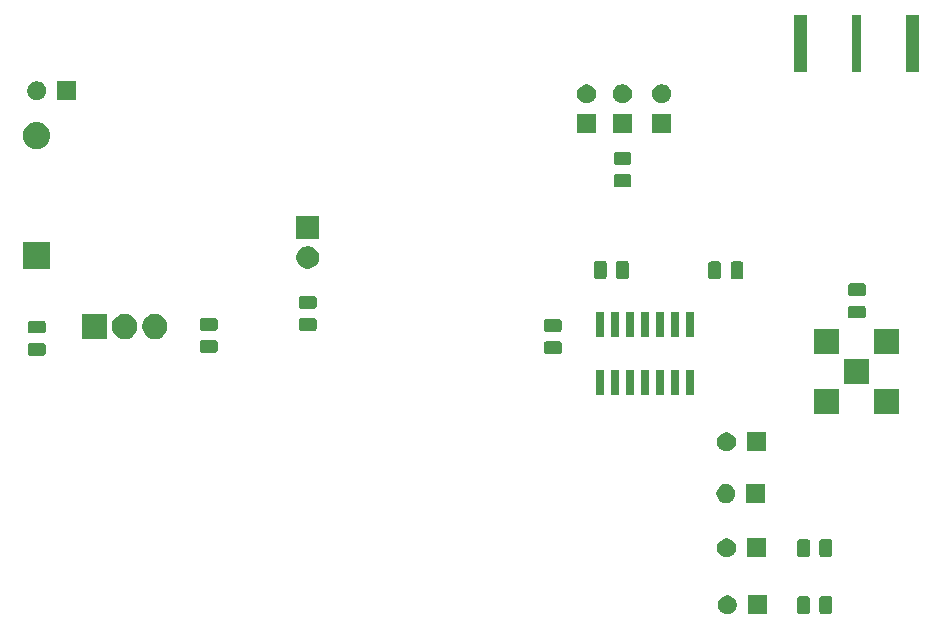
<source format=gts>
G04 #@! TF.GenerationSoftware,KiCad,Pcbnew,(6.0.0-rc1-dev-305-gf0b8b21)*
G04 #@! TF.CreationDate,2018-11-28T21:02:02-08:00*
G04 #@! TF.ProjectId,EE173_Lab4,45453137335F4C6162342E6B69636164,rev?*
G04 #@! TF.SameCoordinates,Original*
G04 #@! TF.FileFunction,Soldermask,Top*
G04 #@! TF.FilePolarity,Negative*
%FSLAX46Y46*%
G04 Gerber Fmt 4.6, Leading zero omitted, Abs format (unit mm)*
G04 Created by KiCad (PCBNEW (6.0.0-rc1-dev-305-gf0b8b21)) date Wednesday, November 28, 2018 at 09:02:02 PM*
%MOMM*%
%LPD*%
G01*
G04 APERTURE LIST*
%ADD10C,0.100000*%
G04 APERTURE END LIST*
D10*
G36*
X251811000Y-83461000D02*
X250209000Y-83461000D01*
X250209000Y-81859000D01*
X251811000Y-81859000D01*
X251811000Y-83461000D01*
X251811000Y-83461000D01*
G37*
G36*
X248703643Y-81889781D02*
X248849415Y-81950162D01*
X248980611Y-82037824D01*
X249092176Y-82149389D01*
X249179838Y-82280585D01*
X249240219Y-82426357D01*
X249271000Y-82581107D01*
X249271000Y-82738893D01*
X249240219Y-82893643D01*
X249179838Y-83039415D01*
X249092176Y-83170611D01*
X248980611Y-83282176D01*
X248849415Y-83369838D01*
X248703643Y-83430219D01*
X248548893Y-83461000D01*
X248391107Y-83461000D01*
X248236357Y-83430219D01*
X248090585Y-83369838D01*
X247959389Y-83282176D01*
X247847824Y-83170611D01*
X247760162Y-83039415D01*
X247699781Y-82893643D01*
X247669000Y-82738893D01*
X247669000Y-82581107D01*
X247699781Y-82426357D01*
X247760162Y-82280585D01*
X247847824Y-82149389D01*
X247959389Y-82037824D01*
X248090585Y-81950162D01*
X248236357Y-81889781D01*
X248391107Y-81859000D01*
X248548893Y-81859000D01*
X248703643Y-81889781D01*
X248703643Y-81889781D01*
G37*
G36*
X257165966Y-81930565D02*
X257204637Y-81942296D01*
X257240279Y-81961348D01*
X257271517Y-81986983D01*
X257297152Y-82018221D01*
X257316204Y-82053863D01*
X257327935Y-82092534D01*
X257332500Y-82138888D01*
X257332500Y-83215112D01*
X257327935Y-83261466D01*
X257316204Y-83300137D01*
X257297152Y-83335779D01*
X257271517Y-83367017D01*
X257240279Y-83392652D01*
X257204637Y-83411704D01*
X257165966Y-83423435D01*
X257119612Y-83428000D01*
X256468388Y-83428000D01*
X256422034Y-83423435D01*
X256383363Y-83411704D01*
X256347721Y-83392652D01*
X256316483Y-83367017D01*
X256290848Y-83335779D01*
X256271796Y-83300137D01*
X256260065Y-83261466D01*
X256255500Y-83215112D01*
X256255500Y-82138888D01*
X256260065Y-82092534D01*
X256271796Y-82053863D01*
X256290848Y-82018221D01*
X256316483Y-81986983D01*
X256347721Y-81961348D01*
X256383363Y-81942296D01*
X256422034Y-81930565D01*
X256468388Y-81926000D01*
X257119612Y-81926000D01*
X257165966Y-81930565D01*
X257165966Y-81930565D01*
G37*
G36*
X255290966Y-81930565D02*
X255329637Y-81942296D01*
X255365279Y-81961348D01*
X255396517Y-81986983D01*
X255422152Y-82018221D01*
X255441204Y-82053863D01*
X255452935Y-82092534D01*
X255457500Y-82138888D01*
X255457500Y-83215112D01*
X255452935Y-83261466D01*
X255441204Y-83300137D01*
X255422152Y-83335779D01*
X255396517Y-83367017D01*
X255365279Y-83392652D01*
X255329637Y-83411704D01*
X255290966Y-83423435D01*
X255244612Y-83428000D01*
X254593388Y-83428000D01*
X254547034Y-83423435D01*
X254508363Y-83411704D01*
X254472721Y-83392652D01*
X254441483Y-83367017D01*
X254415848Y-83335779D01*
X254396796Y-83300137D01*
X254385065Y-83261466D01*
X254380500Y-83215112D01*
X254380500Y-82138888D01*
X254385065Y-82092534D01*
X254396796Y-82053863D01*
X254415848Y-82018221D01*
X254441483Y-81986983D01*
X254472721Y-81961348D01*
X254508363Y-81942296D01*
X254547034Y-81930565D01*
X254593388Y-81926000D01*
X255244612Y-81926000D01*
X255290966Y-81930565D01*
X255290966Y-81930565D01*
G37*
G36*
X251741000Y-78631000D02*
X250139000Y-78631000D01*
X250139000Y-77029000D01*
X251741000Y-77029000D01*
X251741000Y-78631000D01*
X251741000Y-78631000D01*
G37*
G36*
X248633643Y-77059781D02*
X248779415Y-77120162D01*
X248910611Y-77207824D01*
X249022176Y-77319389D01*
X249109838Y-77450585D01*
X249170219Y-77596357D01*
X249201000Y-77751107D01*
X249201000Y-77908893D01*
X249170219Y-78063643D01*
X249109838Y-78209415D01*
X249022176Y-78340611D01*
X248910611Y-78452176D01*
X248779415Y-78539838D01*
X248633643Y-78600219D01*
X248478893Y-78631000D01*
X248321107Y-78631000D01*
X248166357Y-78600219D01*
X248020585Y-78539838D01*
X247889389Y-78452176D01*
X247777824Y-78340611D01*
X247690162Y-78209415D01*
X247629781Y-78063643D01*
X247599000Y-77908893D01*
X247599000Y-77751107D01*
X247629781Y-77596357D01*
X247690162Y-77450585D01*
X247777824Y-77319389D01*
X247889389Y-77207824D01*
X248020585Y-77120162D01*
X248166357Y-77059781D01*
X248321107Y-77029000D01*
X248478893Y-77029000D01*
X248633643Y-77059781D01*
X248633643Y-77059781D01*
G37*
G36*
X257171966Y-77104565D02*
X257210637Y-77116296D01*
X257246279Y-77135348D01*
X257277517Y-77160983D01*
X257303152Y-77192221D01*
X257322204Y-77227863D01*
X257333935Y-77266534D01*
X257338500Y-77312888D01*
X257338500Y-78389112D01*
X257333935Y-78435466D01*
X257322204Y-78474137D01*
X257303152Y-78509779D01*
X257277517Y-78541017D01*
X257246279Y-78566652D01*
X257210637Y-78585704D01*
X257171966Y-78597435D01*
X257125612Y-78602000D01*
X256474388Y-78602000D01*
X256428034Y-78597435D01*
X256389363Y-78585704D01*
X256353721Y-78566652D01*
X256322483Y-78541017D01*
X256296848Y-78509779D01*
X256277796Y-78474137D01*
X256266065Y-78435466D01*
X256261500Y-78389112D01*
X256261500Y-77312888D01*
X256266065Y-77266534D01*
X256277796Y-77227863D01*
X256296848Y-77192221D01*
X256322483Y-77160983D01*
X256353721Y-77135348D01*
X256389363Y-77116296D01*
X256428034Y-77104565D01*
X256474388Y-77100000D01*
X257125612Y-77100000D01*
X257171966Y-77104565D01*
X257171966Y-77104565D01*
G37*
G36*
X255296966Y-77104565D02*
X255335637Y-77116296D01*
X255371279Y-77135348D01*
X255402517Y-77160983D01*
X255428152Y-77192221D01*
X255447204Y-77227863D01*
X255458935Y-77266534D01*
X255463500Y-77312888D01*
X255463500Y-78389112D01*
X255458935Y-78435466D01*
X255447204Y-78474137D01*
X255428152Y-78509779D01*
X255402517Y-78541017D01*
X255371279Y-78566652D01*
X255335637Y-78585704D01*
X255296966Y-78597435D01*
X255250612Y-78602000D01*
X254599388Y-78602000D01*
X254553034Y-78597435D01*
X254514363Y-78585704D01*
X254478721Y-78566652D01*
X254447483Y-78541017D01*
X254421848Y-78509779D01*
X254402796Y-78474137D01*
X254391065Y-78435466D01*
X254386500Y-78389112D01*
X254386500Y-77312888D01*
X254391065Y-77266534D01*
X254402796Y-77227863D01*
X254421848Y-77192221D01*
X254447483Y-77160983D01*
X254478721Y-77135348D01*
X254514363Y-77116296D01*
X254553034Y-77104565D01*
X254599388Y-77100000D01*
X255250612Y-77100000D01*
X255296966Y-77104565D01*
X255296966Y-77104565D01*
G37*
G36*
X251691000Y-74031000D02*
X250089000Y-74031000D01*
X250089000Y-72429000D01*
X251691000Y-72429000D01*
X251691000Y-74031000D01*
X251691000Y-74031000D01*
G37*
G36*
X248583643Y-72459781D02*
X248729415Y-72520162D01*
X248860611Y-72607824D01*
X248972176Y-72719389D01*
X249059838Y-72850585D01*
X249120219Y-72996357D01*
X249151000Y-73151107D01*
X249151000Y-73308893D01*
X249120219Y-73463643D01*
X249059838Y-73609415D01*
X248972176Y-73740611D01*
X248860611Y-73852176D01*
X248729415Y-73939838D01*
X248583643Y-74000219D01*
X248428893Y-74031000D01*
X248271107Y-74031000D01*
X248116357Y-74000219D01*
X247970585Y-73939838D01*
X247839389Y-73852176D01*
X247727824Y-73740611D01*
X247640162Y-73609415D01*
X247579781Y-73463643D01*
X247549000Y-73308893D01*
X247549000Y-73151107D01*
X247579781Y-72996357D01*
X247640162Y-72850585D01*
X247727824Y-72719389D01*
X247839389Y-72607824D01*
X247970585Y-72520162D01*
X248116357Y-72459781D01*
X248271107Y-72429000D01*
X248428893Y-72429000D01*
X248583643Y-72459781D01*
X248583643Y-72459781D01*
G37*
G36*
X251731000Y-69661000D02*
X250129000Y-69661000D01*
X250129000Y-68059000D01*
X251731000Y-68059000D01*
X251731000Y-69661000D01*
X251731000Y-69661000D01*
G37*
G36*
X248623643Y-68089781D02*
X248769415Y-68150162D01*
X248900611Y-68237824D01*
X249012176Y-68349389D01*
X249099838Y-68480585D01*
X249160219Y-68626357D01*
X249191000Y-68781107D01*
X249191000Y-68938893D01*
X249160219Y-69093643D01*
X249099838Y-69239415D01*
X249012176Y-69370611D01*
X248900611Y-69482176D01*
X248769415Y-69569838D01*
X248623643Y-69630219D01*
X248468893Y-69661000D01*
X248311107Y-69661000D01*
X248156357Y-69630219D01*
X248010585Y-69569838D01*
X247879389Y-69482176D01*
X247767824Y-69370611D01*
X247680162Y-69239415D01*
X247619781Y-69093643D01*
X247589000Y-68938893D01*
X247589000Y-68781107D01*
X247619781Y-68626357D01*
X247680162Y-68480585D01*
X247767824Y-68349389D01*
X247879389Y-68237824D01*
X248010585Y-68150162D01*
X248156357Y-68089781D01*
X248311107Y-68059000D01*
X248468893Y-68059000D01*
X248623643Y-68089781D01*
X248623643Y-68089781D01*
G37*
G36*
X263007950Y-66477950D02*
X260912050Y-66477950D01*
X260912050Y-64382050D01*
X263007950Y-64382050D01*
X263007950Y-66477950D01*
X263007950Y-66477950D01*
G37*
G36*
X257927950Y-66477950D02*
X255832050Y-66477950D01*
X255832050Y-64382050D01*
X257927950Y-64382050D01*
X257927950Y-66477950D01*
X257927950Y-66477950D01*
G37*
G36*
X245668707Y-64866310D02*
X245007907Y-64866310D01*
X245007907Y-62783110D01*
X245668707Y-62783110D01*
X245668707Y-64866310D01*
X245668707Y-64866310D01*
G37*
G36*
X244398707Y-64866310D02*
X243737907Y-64866310D01*
X243737907Y-62783110D01*
X244398707Y-62783110D01*
X244398707Y-64866310D01*
X244398707Y-64866310D01*
G37*
G36*
X243128707Y-64866310D02*
X242467907Y-64866310D01*
X242467907Y-62783110D01*
X243128707Y-62783110D01*
X243128707Y-64866310D01*
X243128707Y-64866310D01*
G37*
G36*
X241858707Y-64866310D02*
X241197907Y-64866310D01*
X241197907Y-62783110D01*
X241858707Y-62783110D01*
X241858707Y-64866310D01*
X241858707Y-64866310D01*
G37*
G36*
X240588707Y-64866310D02*
X239927907Y-64866310D01*
X239927907Y-62783110D01*
X240588707Y-62783110D01*
X240588707Y-64866310D01*
X240588707Y-64866310D01*
G37*
G36*
X239318707Y-64866310D02*
X238657907Y-64866310D01*
X238657907Y-62783110D01*
X239318707Y-62783110D01*
X239318707Y-64866310D01*
X239318707Y-64866310D01*
G37*
G36*
X238048707Y-64866310D02*
X237387907Y-64866310D01*
X237387907Y-62783110D01*
X238048707Y-62783110D01*
X238048707Y-64866310D01*
X238048707Y-64866310D01*
G37*
G36*
X260467950Y-63937950D02*
X258372050Y-63937950D01*
X258372050Y-61842050D01*
X260467950Y-61842050D01*
X260467950Y-63937950D01*
X260467950Y-63937950D01*
G37*
G36*
X190576466Y-60474565D02*
X190615137Y-60486296D01*
X190650779Y-60505348D01*
X190682017Y-60530983D01*
X190707652Y-60562221D01*
X190726704Y-60597863D01*
X190738435Y-60636534D01*
X190743000Y-60682888D01*
X190743000Y-61334112D01*
X190738435Y-61380466D01*
X190726704Y-61419137D01*
X190707652Y-61454779D01*
X190682017Y-61486017D01*
X190650779Y-61511652D01*
X190615137Y-61530704D01*
X190576466Y-61542435D01*
X190530112Y-61547000D01*
X189453888Y-61547000D01*
X189407534Y-61542435D01*
X189368863Y-61530704D01*
X189333221Y-61511652D01*
X189301983Y-61486017D01*
X189276348Y-61454779D01*
X189257296Y-61419137D01*
X189245565Y-61380466D01*
X189241000Y-61334112D01*
X189241000Y-60682888D01*
X189245565Y-60636534D01*
X189257296Y-60597863D01*
X189276348Y-60562221D01*
X189301983Y-60530983D01*
X189333221Y-60505348D01*
X189368863Y-60486296D01*
X189407534Y-60474565D01*
X189453888Y-60470000D01*
X190530112Y-60470000D01*
X190576466Y-60474565D01*
X190576466Y-60474565D01*
G37*
G36*
X234264466Y-60347565D02*
X234303137Y-60359296D01*
X234338779Y-60378348D01*
X234370017Y-60403983D01*
X234395652Y-60435221D01*
X234414704Y-60470863D01*
X234426435Y-60509534D01*
X234431000Y-60555888D01*
X234431000Y-61207112D01*
X234426435Y-61253466D01*
X234414704Y-61292137D01*
X234395652Y-61327779D01*
X234370017Y-61359017D01*
X234338779Y-61384652D01*
X234303137Y-61403704D01*
X234264466Y-61415435D01*
X234218112Y-61420000D01*
X233141888Y-61420000D01*
X233095534Y-61415435D01*
X233056863Y-61403704D01*
X233021221Y-61384652D01*
X232989983Y-61359017D01*
X232964348Y-61327779D01*
X232945296Y-61292137D01*
X232933565Y-61253466D01*
X232929000Y-61207112D01*
X232929000Y-60555888D01*
X232933565Y-60509534D01*
X232945296Y-60470863D01*
X232964348Y-60435221D01*
X232989983Y-60403983D01*
X233021221Y-60378348D01*
X233056863Y-60359296D01*
X233095534Y-60347565D01*
X233141888Y-60343000D01*
X234218112Y-60343000D01*
X234264466Y-60347565D01*
X234264466Y-60347565D01*
G37*
G36*
X263007950Y-61397950D02*
X260912050Y-61397950D01*
X260912050Y-59302050D01*
X263007950Y-59302050D01*
X263007950Y-61397950D01*
X263007950Y-61397950D01*
G37*
G36*
X257927950Y-61397950D02*
X255832050Y-61397950D01*
X255832050Y-59302050D01*
X257927950Y-59302050D01*
X257927950Y-61397950D01*
X257927950Y-61397950D01*
G37*
G36*
X205140470Y-60245559D02*
X205179141Y-60257290D01*
X205214783Y-60276342D01*
X205246021Y-60301977D01*
X205271656Y-60333215D01*
X205290708Y-60368857D01*
X205302439Y-60407528D01*
X205307004Y-60453882D01*
X205307004Y-61105106D01*
X205302439Y-61151460D01*
X205290708Y-61190131D01*
X205271656Y-61225773D01*
X205246021Y-61257011D01*
X205214783Y-61282646D01*
X205179141Y-61301698D01*
X205140470Y-61313429D01*
X205094116Y-61317994D01*
X204017892Y-61317994D01*
X203971538Y-61313429D01*
X203932867Y-61301698D01*
X203897225Y-61282646D01*
X203865987Y-61257011D01*
X203840352Y-61225773D01*
X203821300Y-61190131D01*
X203809569Y-61151460D01*
X203805004Y-61105106D01*
X203805004Y-60453882D01*
X203809569Y-60407528D01*
X203821300Y-60368857D01*
X203840352Y-60333215D01*
X203865987Y-60301977D01*
X203897225Y-60276342D01*
X203932867Y-60257290D01*
X203971538Y-60245559D01*
X204017892Y-60240994D01*
X205094116Y-60240994D01*
X205140470Y-60245559D01*
X205140470Y-60245559D01*
G37*
G36*
X200295235Y-58053997D02*
X200489419Y-58134431D01*
X200664180Y-58251203D01*
X200812795Y-58399818D01*
X200929567Y-58574579D01*
X201010001Y-58768763D01*
X201051004Y-58974902D01*
X201051004Y-59185086D01*
X201010001Y-59391225D01*
X200929567Y-59585409D01*
X200812795Y-59760170D01*
X200664180Y-59908785D01*
X200489419Y-60025557D01*
X200295235Y-60105991D01*
X200089096Y-60146994D01*
X199878912Y-60146994D01*
X199672773Y-60105991D01*
X199478589Y-60025557D01*
X199303828Y-59908785D01*
X199155213Y-59760170D01*
X199038441Y-59585409D01*
X198958007Y-59391225D01*
X198917004Y-59185086D01*
X198917004Y-58974902D01*
X198958007Y-58768763D01*
X199038441Y-58574579D01*
X199155213Y-58399818D01*
X199303828Y-58251203D01*
X199478589Y-58134431D01*
X199672773Y-58053997D01*
X199878912Y-58012994D01*
X200089096Y-58012994D01*
X200295235Y-58053997D01*
X200295235Y-58053997D01*
G37*
G36*
X197745235Y-58053997D02*
X197939419Y-58134431D01*
X198114180Y-58251203D01*
X198262795Y-58399818D01*
X198379567Y-58574579D01*
X198460001Y-58768763D01*
X198501004Y-58974902D01*
X198501004Y-59185086D01*
X198460001Y-59391225D01*
X198379567Y-59585409D01*
X198262795Y-59760170D01*
X198114180Y-59908785D01*
X197939419Y-60025557D01*
X197745235Y-60105991D01*
X197539096Y-60146994D01*
X197328912Y-60146994D01*
X197122773Y-60105991D01*
X196928589Y-60025557D01*
X196753828Y-59908785D01*
X196605213Y-59760170D01*
X196488441Y-59585409D01*
X196408007Y-59391225D01*
X196367004Y-59185086D01*
X196367004Y-58974902D01*
X196408007Y-58768763D01*
X196488441Y-58574579D01*
X196605213Y-58399818D01*
X196753828Y-58251203D01*
X196928589Y-58134431D01*
X197122773Y-58053997D01*
X197328912Y-58012994D01*
X197539096Y-58012994D01*
X197745235Y-58053997D01*
X197745235Y-58053997D01*
G37*
G36*
X195951004Y-60146994D02*
X193817004Y-60146994D01*
X193817004Y-58012994D01*
X195951004Y-58012994D01*
X195951004Y-60146994D01*
X195951004Y-60146994D01*
G37*
G36*
X238048707Y-59938710D02*
X237387907Y-59938710D01*
X237387907Y-57855510D01*
X238048707Y-57855510D01*
X238048707Y-59938710D01*
X238048707Y-59938710D01*
G37*
G36*
X239318707Y-59938710D02*
X238657907Y-59938710D01*
X238657907Y-57855510D01*
X239318707Y-57855510D01*
X239318707Y-59938710D01*
X239318707Y-59938710D01*
G37*
G36*
X240588707Y-59938710D02*
X239927907Y-59938710D01*
X239927907Y-57855510D01*
X240588707Y-57855510D01*
X240588707Y-59938710D01*
X240588707Y-59938710D01*
G37*
G36*
X241858707Y-59938710D02*
X241197907Y-59938710D01*
X241197907Y-57855510D01*
X241858707Y-57855510D01*
X241858707Y-59938710D01*
X241858707Y-59938710D01*
G37*
G36*
X243128707Y-59938710D02*
X242467907Y-59938710D01*
X242467907Y-57855510D01*
X243128707Y-57855510D01*
X243128707Y-59938710D01*
X243128707Y-59938710D01*
G37*
G36*
X244398707Y-59938710D02*
X243737907Y-59938710D01*
X243737907Y-57855510D01*
X244398707Y-57855510D01*
X244398707Y-59938710D01*
X244398707Y-59938710D01*
G37*
G36*
X245668707Y-59938710D02*
X245007907Y-59938710D01*
X245007907Y-57855510D01*
X245668707Y-57855510D01*
X245668707Y-59938710D01*
X245668707Y-59938710D01*
G37*
G36*
X190576466Y-58599565D02*
X190615137Y-58611296D01*
X190650779Y-58630348D01*
X190682017Y-58655983D01*
X190707652Y-58687221D01*
X190726704Y-58722863D01*
X190738435Y-58761534D01*
X190743000Y-58807888D01*
X190743000Y-59459112D01*
X190738435Y-59505466D01*
X190726704Y-59544137D01*
X190707652Y-59579779D01*
X190682017Y-59611017D01*
X190650779Y-59636652D01*
X190615137Y-59655704D01*
X190576466Y-59667435D01*
X190530112Y-59672000D01*
X189453888Y-59672000D01*
X189407534Y-59667435D01*
X189368863Y-59655704D01*
X189333221Y-59636652D01*
X189301983Y-59611017D01*
X189276348Y-59579779D01*
X189257296Y-59544137D01*
X189245565Y-59505466D01*
X189241000Y-59459112D01*
X189241000Y-58807888D01*
X189245565Y-58761534D01*
X189257296Y-58722863D01*
X189276348Y-58687221D01*
X189301983Y-58655983D01*
X189333221Y-58630348D01*
X189368863Y-58611296D01*
X189407534Y-58599565D01*
X189453888Y-58595000D01*
X190530112Y-58595000D01*
X190576466Y-58599565D01*
X190576466Y-58599565D01*
G37*
G36*
X234264466Y-58472565D02*
X234303137Y-58484296D01*
X234338779Y-58503348D01*
X234370017Y-58528983D01*
X234395652Y-58560221D01*
X234414704Y-58595863D01*
X234426435Y-58634534D01*
X234431000Y-58680888D01*
X234431000Y-59332112D01*
X234426435Y-59378466D01*
X234414704Y-59417137D01*
X234395652Y-59452779D01*
X234370017Y-59484017D01*
X234338779Y-59509652D01*
X234303137Y-59528704D01*
X234264466Y-59540435D01*
X234218112Y-59545000D01*
X233141888Y-59545000D01*
X233095534Y-59540435D01*
X233056863Y-59528704D01*
X233021221Y-59509652D01*
X232989983Y-59484017D01*
X232964348Y-59452779D01*
X232945296Y-59417137D01*
X232933565Y-59378466D01*
X232929000Y-59332112D01*
X232929000Y-58680888D01*
X232933565Y-58634534D01*
X232945296Y-58595863D01*
X232964348Y-58560221D01*
X232989983Y-58528983D01*
X233021221Y-58503348D01*
X233056863Y-58484296D01*
X233095534Y-58472565D01*
X233141888Y-58468000D01*
X234218112Y-58468000D01*
X234264466Y-58472565D01*
X234264466Y-58472565D01*
G37*
G36*
X213522470Y-58389059D02*
X213561141Y-58400790D01*
X213596783Y-58419842D01*
X213628021Y-58445477D01*
X213653656Y-58476715D01*
X213672708Y-58512357D01*
X213684439Y-58551028D01*
X213689004Y-58597382D01*
X213689004Y-59248606D01*
X213684439Y-59294960D01*
X213672708Y-59333631D01*
X213653656Y-59369273D01*
X213628021Y-59400511D01*
X213596783Y-59426146D01*
X213561141Y-59445198D01*
X213522470Y-59456929D01*
X213476116Y-59461494D01*
X212399892Y-59461494D01*
X212353538Y-59456929D01*
X212314867Y-59445198D01*
X212279225Y-59426146D01*
X212247987Y-59400511D01*
X212222352Y-59369273D01*
X212203300Y-59333631D01*
X212191569Y-59294960D01*
X212187004Y-59248606D01*
X212187004Y-58597382D01*
X212191569Y-58551028D01*
X212203300Y-58512357D01*
X212222352Y-58476715D01*
X212247987Y-58445477D01*
X212279225Y-58419842D01*
X212314867Y-58400790D01*
X212353538Y-58389059D01*
X212399892Y-58384494D01*
X213476116Y-58384494D01*
X213522470Y-58389059D01*
X213522470Y-58389059D01*
G37*
G36*
X205140470Y-58370559D02*
X205179141Y-58382290D01*
X205214783Y-58401342D01*
X205246021Y-58426977D01*
X205271656Y-58458215D01*
X205290708Y-58493857D01*
X205302439Y-58532528D01*
X205307004Y-58578882D01*
X205307004Y-59230106D01*
X205302439Y-59276460D01*
X205290708Y-59315131D01*
X205271656Y-59350773D01*
X205246021Y-59382011D01*
X205214783Y-59407646D01*
X205179141Y-59426698D01*
X205140470Y-59438429D01*
X205094116Y-59442994D01*
X204017892Y-59442994D01*
X203971538Y-59438429D01*
X203932867Y-59426698D01*
X203897225Y-59407646D01*
X203865987Y-59382011D01*
X203840352Y-59350773D01*
X203821300Y-59315131D01*
X203809569Y-59276460D01*
X203805004Y-59230106D01*
X203805004Y-58578882D01*
X203809569Y-58532528D01*
X203821300Y-58493857D01*
X203840352Y-58458215D01*
X203865987Y-58426977D01*
X203897225Y-58401342D01*
X203932867Y-58382290D01*
X203971538Y-58370559D01*
X204017892Y-58365994D01*
X205094116Y-58365994D01*
X205140470Y-58370559D01*
X205140470Y-58370559D01*
G37*
G36*
X260014128Y-57319215D02*
X260052799Y-57330946D01*
X260088441Y-57349998D01*
X260119679Y-57375633D01*
X260145314Y-57406871D01*
X260164366Y-57442513D01*
X260176097Y-57481184D01*
X260180662Y-57527538D01*
X260180662Y-58178762D01*
X260176097Y-58225116D01*
X260164366Y-58263787D01*
X260145314Y-58299429D01*
X260119679Y-58330667D01*
X260088441Y-58356302D01*
X260052799Y-58375354D01*
X260014128Y-58387085D01*
X259967774Y-58391650D01*
X258891550Y-58391650D01*
X258845196Y-58387085D01*
X258806525Y-58375354D01*
X258770883Y-58356302D01*
X258739645Y-58330667D01*
X258714010Y-58299429D01*
X258694958Y-58263787D01*
X258683227Y-58225116D01*
X258678662Y-58178762D01*
X258678662Y-57527538D01*
X258683227Y-57481184D01*
X258694958Y-57442513D01*
X258714010Y-57406871D01*
X258739645Y-57375633D01*
X258770883Y-57349998D01*
X258806525Y-57330946D01*
X258845196Y-57319215D01*
X258891550Y-57314650D01*
X259967774Y-57314650D01*
X260014128Y-57319215D01*
X260014128Y-57319215D01*
G37*
G36*
X213522470Y-56514059D02*
X213561141Y-56525790D01*
X213596783Y-56544842D01*
X213628021Y-56570477D01*
X213653656Y-56601715D01*
X213672708Y-56637357D01*
X213684439Y-56676028D01*
X213689004Y-56722382D01*
X213689004Y-57373606D01*
X213684439Y-57419960D01*
X213672708Y-57458631D01*
X213653656Y-57494273D01*
X213628021Y-57525511D01*
X213596783Y-57551146D01*
X213561141Y-57570198D01*
X213522470Y-57581929D01*
X213476116Y-57586494D01*
X212399892Y-57586494D01*
X212353538Y-57581929D01*
X212314867Y-57570198D01*
X212279225Y-57551146D01*
X212247987Y-57525511D01*
X212222352Y-57494273D01*
X212203300Y-57458631D01*
X212191569Y-57419960D01*
X212187004Y-57373606D01*
X212187004Y-56722382D01*
X212191569Y-56676028D01*
X212203300Y-56637357D01*
X212222352Y-56601715D01*
X212247987Y-56570477D01*
X212279225Y-56544842D01*
X212314867Y-56525790D01*
X212353538Y-56514059D01*
X212399892Y-56509494D01*
X213476116Y-56509494D01*
X213522470Y-56514059D01*
X213522470Y-56514059D01*
G37*
G36*
X260014128Y-55444215D02*
X260052799Y-55455946D01*
X260088441Y-55474998D01*
X260119679Y-55500633D01*
X260145314Y-55531871D01*
X260164366Y-55567513D01*
X260176097Y-55606184D01*
X260180662Y-55652538D01*
X260180662Y-56303762D01*
X260176097Y-56350116D01*
X260164366Y-56388787D01*
X260145314Y-56424429D01*
X260119679Y-56455667D01*
X260088441Y-56481302D01*
X260052799Y-56500354D01*
X260014128Y-56512085D01*
X259967774Y-56516650D01*
X258891550Y-56516650D01*
X258845196Y-56512085D01*
X258806525Y-56500354D01*
X258770883Y-56481302D01*
X258739645Y-56455667D01*
X258714010Y-56424429D01*
X258694958Y-56388787D01*
X258683227Y-56350116D01*
X258678662Y-56303762D01*
X258678662Y-55652538D01*
X258683227Y-55606184D01*
X258694958Y-55567513D01*
X258714010Y-55531871D01*
X258739645Y-55500633D01*
X258770883Y-55474998D01*
X258806525Y-55455946D01*
X258845196Y-55444215D01*
X258891550Y-55439650D01*
X259967774Y-55439650D01*
X260014128Y-55444215D01*
X260014128Y-55444215D01*
G37*
G36*
X247772566Y-53584165D02*
X247811237Y-53595896D01*
X247846879Y-53614948D01*
X247878117Y-53640583D01*
X247903752Y-53671821D01*
X247922804Y-53707463D01*
X247934535Y-53746134D01*
X247939100Y-53792488D01*
X247939100Y-54868712D01*
X247934535Y-54915066D01*
X247922804Y-54953737D01*
X247903752Y-54989379D01*
X247878117Y-55020617D01*
X247846879Y-55046252D01*
X247811237Y-55065304D01*
X247772566Y-55077035D01*
X247726212Y-55081600D01*
X247074988Y-55081600D01*
X247028634Y-55077035D01*
X246989963Y-55065304D01*
X246954321Y-55046252D01*
X246923083Y-55020617D01*
X246897448Y-54989379D01*
X246878396Y-54953737D01*
X246866665Y-54915066D01*
X246862100Y-54868712D01*
X246862100Y-53792488D01*
X246866665Y-53746134D01*
X246878396Y-53707463D01*
X246897448Y-53671821D01*
X246923083Y-53640583D01*
X246954321Y-53614948D01*
X246989963Y-53595896D01*
X247028634Y-53584165D01*
X247074988Y-53579600D01*
X247726212Y-53579600D01*
X247772566Y-53584165D01*
X247772566Y-53584165D01*
G37*
G36*
X249647566Y-53584165D02*
X249686237Y-53595896D01*
X249721879Y-53614948D01*
X249753117Y-53640583D01*
X249778752Y-53671821D01*
X249797804Y-53707463D01*
X249809535Y-53746134D01*
X249814100Y-53792488D01*
X249814100Y-54868712D01*
X249809535Y-54915066D01*
X249797804Y-54953737D01*
X249778752Y-54989379D01*
X249753117Y-55020617D01*
X249721879Y-55046252D01*
X249686237Y-55065304D01*
X249647566Y-55077035D01*
X249601212Y-55081600D01*
X248949988Y-55081600D01*
X248903634Y-55077035D01*
X248864963Y-55065304D01*
X248829321Y-55046252D01*
X248798083Y-55020617D01*
X248772448Y-54989379D01*
X248753396Y-54953737D01*
X248741665Y-54915066D01*
X248737100Y-54868712D01*
X248737100Y-53792488D01*
X248741665Y-53746134D01*
X248753396Y-53707463D01*
X248772448Y-53671821D01*
X248798083Y-53640583D01*
X248829321Y-53614948D01*
X248864963Y-53595896D01*
X248903634Y-53584165D01*
X248949988Y-53579600D01*
X249601212Y-53579600D01*
X249647566Y-53584165D01*
X249647566Y-53584165D01*
G37*
G36*
X239957466Y-53546065D02*
X239996137Y-53557796D01*
X240031779Y-53576848D01*
X240063017Y-53602483D01*
X240088652Y-53633721D01*
X240107704Y-53669363D01*
X240119435Y-53708034D01*
X240124000Y-53754388D01*
X240124000Y-54830612D01*
X240119435Y-54876966D01*
X240107704Y-54915637D01*
X240088652Y-54951279D01*
X240063017Y-54982517D01*
X240031779Y-55008152D01*
X239996137Y-55027204D01*
X239957466Y-55038935D01*
X239911112Y-55043500D01*
X239259888Y-55043500D01*
X239213534Y-55038935D01*
X239174863Y-55027204D01*
X239139221Y-55008152D01*
X239107983Y-54982517D01*
X239082348Y-54951279D01*
X239063296Y-54915637D01*
X239051565Y-54876966D01*
X239047000Y-54830612D01*
X239047000Y-53754388D01*
X239051565Y-53708034D01*
X239063296Y-53669363D01*
X239082348Y-53633721D01*
X239107983Y-53602483D01*
X239139221Y-53576848D01*
X239174863Y-53557796D01*
X239213534Y-53546065D01*
X239259888Y-53541500D01*
X239911112Y-53541500D01*
X239957466Y-53546065D01*
X239957466Y-53546065D01*
G37*
G36*
X238082466Y-53546065D02*
X238121137Y-53557796D01*
X238156779Y-53576848D01*
X238188017Y-53602483D01*
X238213652Y-53633721D01*
X238232704Y-53669363D01*
X238244435Y-53708034D01*
X238249000Y-53754388D01*
X238249000Y-54830612D01*
X238244435Y-54876966D01*
X238232704Y-54915637D01*
X238213652Y-54951279D01*
X238188017Y-54982517D01*
X238156779Y-55008152D01*
X238121137Y-55027204D01*
X238082466Y-55038935D01*
X238036112Y-55043500D01*
X237384888Y-55043500D01*
X237338534Y-55038935D01*
X237299863Y-55027204D01*
X237264221Y-55008152D01*
X237232983Y-54982517D01*
X237207348Y-54951279D01*
X237188296Y-54915637D01*
X237176565Y-54876966D01*
X237172000Y-54830612D01*
X237172000Y-53754388D01*
X237176565Y-53708034D01*
X237188296Y-53669363D01*
X237207348Y-53633721D01*
X237232983Y-53602483D01*
X237264221Y-53576848D01*
X237299863Y-53557796D01*
X237338534Y-53546065D01*
X237384888Y-53541500D01*
X238036112Y-53541500D01*
X238082466Y-53546065D01*
X238082466Y-53546065D01*
G37*
G36*
X191143000Y-54237000D02*
X188841000Y-54237000D01*
X188841000Y-51935000D01*
X191143000Y-51935000D01*
X191143000Y-54237000D01*
X191143000Y-54237000D01*
G37*
G36*
X213215400Y-52323540D02*
X213388470Y-52395228D01*
X213544234Y-52499306D01*
X213676692Y-52631764D01*
X213780770Y-52787528D01*
X213852458Y-52960598D01*
X213889004Y-53144327D01*
X213889004Y-53331661D01*
X213852458Y-53515390D01*
X213780770Y-53688460D01*
X213676692Y-53844224D01*
X213544234Y-53976682D01*
X213388470Y-54080760D01*
X213215400Y-54152448D01*
X213031671Y-54188994D01*
X212844337Y-54188994D01*
X212660608Y-54152448D01*
X212487538Y-54080760D01*
X212331774Y-53976682D01*
X212199316Y-53844224D01*
X212095238Y-53688460D01*
X212023550Y-53515390D01*
X211987004Y-53331661D01*
X211987004Y-53144327D01*
X212023550Y-52960598D01*
X212095238Y-52787528D01*
X212199316Y-52631764D01*
X212331774Y-52499306D01*
X212487538Y-52395228D01*
X212660608Y-52323540D01*
X212844337Y-52286994D01*
X213031671Y-52286994D01*
X213215400Y-52323540D01*
X213215400Y-52323540D01*
G37*
G36*
X213889004Y-51648994D02*
X211987004Y-51648994D01*
X211987004Y-49746994D01*
X213889004Y-49746994D01*
X213889004Y-51648994D01*
X213889004Y-51648994D01*
G37*
G36*
X240169966Y-46202065D02*
X240208637Y-46213796D01*
X240244279Y-46232848D01*
X240275517Y-46258483D01*
X240301152Y-46289721D01*
X240320204Y-46325363D01*
X240331935Y-46364034D01*
X240336500Y-46410388D01*
X240336500Y-47061612D01*
X240331935Y-47107966D01*
X240320204Y-47146637D01*
X240301152Y-47182279D01*
X240275517Y-47213517D01*
X240244279Y-47239152D01*
X240208637Y-47258204D01*
X240169966Y-47269935D01*
X240123612Y-47274500D01*
X239047388Y-47274500D01*
X239001034Y-47269935D01*
X238962363Y-47258204D01*
X238926721Y-47239152D01*
X238895483Y-47213517D01*
X238869848Y-47182279D01*
X238850796Y-47146637D01*
X238839065Y-47107966D01*
X238834500Y-47061612D01*
X238834500Y-46410388D01*
X238839065Y-46364034D01*
X238850796Y-46325363D01*
X238869848Y-46289721D01*
X238895483Y-46258483D01*
X238926721Y-46232848D01*
X238962363Y-46213796D01*
X239001034Y-46202065D01*
X239047388Y-46197500D01*
X240123612Y-46197500D01*
X240169966Y-46202065D01*
X240169966Y-46202065D01*
G37*
G36*
X240169966Y-44327065D02*
X240208637Y-44338796D01*
X240244279Y-44357848D01*
X240275517Y-44383483D01*
X240301152Y-44414721D01*
X240320204Y-44450363D01*
X240331935Y-44489034D01*
X240336500Y-44535388D01*
X240336500Y-45186612D01*
X240331935Y-45232966D01*
X240320204Y-45271637D01*
X240301152Y-45307279D01*
X240275517Y-45338517D01*
X240244279Y-45364152D01*
X240208637Y-45383204D01*
X240169966Y-45394935D01*
X240123612Y-45399500D01*
X239047388Y-45399500D01*
X239001034Y-45394935D01*
X238962363Y-45383204D01*
X238926721Y-45364152D01*
X238895483Y-45338517D01*
X238869848Y-45307279D01*
X238850796Y-45271637D01*
X238839065Y-45232966D01*
X238834500Y-45186612D01*
X238834500Y-44535388D01*
X238839065Y-44489034D01*
X238850796Y-44450363D01*
X238869848Y-44414721D01*
X238895483Y-44383483D01*
X238926721Y-44357848D01*
X238962363Y-44338796D01*
X239001034Y-44327065D01*
X239047388Y-44322500D01*
X240123612Y-44322500D01*
X240169966Y-44327065D01*
X240169966Y-44327065D01*
G37*
G36*
X190116180Y-41781662D02*
X190217635Y-41791654D01*
X190434600Y-41857470D01*
X190434602Y-41857471D01*
X190434605Y-41857472D01*
X190634556Y-41964347D01*
X190809818Y-42108182D01*
X190953653Y-42283444D01*
X191060528Y-42483395D01*
X191060529Y-42483398D01*
X191060530Y-42483400D01*
X191126346Y-42700365D01*
X191148569Y-42926000D01*
X191126346Y-43151635D01*
X191060530Y-43368600D01*
X191060528Y-43368605D01*
X190953653Y-43568556D01*
X190809818Y-43743818D01*
X190634556Y-43887653D01*
X190434605Y-43994528D01*
X190434602Y-43994529D01*
X190434600Y-43994530D01*
X190217635Y-44060346D01*
X190116180Y-44070338D01*
X190048545Y-44077000D01*
X189935455Y-44077000D01*
X189867820Y-44070338D01*
X189766365Y-44060346D01*
X189549400Y-43994530D01*
X189549398Y-43994529D01*
X189549395Y-43994528D01*
X189349444Y-43887653D01*
X189174182Y-43743818D01*
X189030347Y-43568556D01*
X188923472Y-43368605D01*
X188923470Y-43368600D01*
X188857654Y-43151635D01*
X188835431Y-42926000D01*
X188857654Y-42700365D01*
X188923470Y-42483400D01*
X188923471Y-42483398D01*
X188923472Y-42483395D01*
X189030347Y-42283444D01*
X189174182Y-42108182D01*
X189349444Y-41964347D01*
X189549395Y-41857472D01*
X189549398Y-41857471D01*
X189549400Y-41857470D01*
X189766365Y-41791654D01*
X189867820Y-41781662D01*
X189935455Y-41775000D01*
X190048545Y-41775000D01*
X190116180Y-41781662D01*
X190116180Y-41781662D01*
G37*
G36*
X237351200Y-42736400D02*
X235749200Y-42736400D01*
X235749200Y-41134400D01*
X237351200Y-41134400D01*
X237351200Y-42736400D01*
X237351200Y-42736400D01*
G37*
G36*
X240386500Y-42723700D02*
X238784500Y-42723700D01*
X238784500Y-41121700D01*
X240386500Y-41121700D01*
X240386500Y-42723700D01*
X240386500Y-42723700D01*
G37*
G36*
X243701200Y-42711000D02*
X242099200Y-42711000D01*
X242099200Y-41109000D01*
X243701200Y-41109000D01*
X243701200Y-42711000D01*
X243701200Y-42711000D01*
G37*
G36*
X236783843Y-38625181D02*
X236929615Y-38685562D01*
X237060811Y-38773224D01*
X237172376Y-38884789D01*
X237260038Y-39015985D01*
X237320419Y-39161757D01*
X237351200Y-39316507D01*
X237351200Y-39474293D01*
X237320419Y-39629043D01*
X237260038Y-39774815D01*
X237172376Y-39906011D01*
X237060811Y-40017576D01*
X236929615Y-40105238D01*
X236783843Y-40165619D01*
X236629093Y-40196400D01*
X236471307Y-40196400D01*
X236316557Y-40165619D01*
X236170785Y-40105238D01*
X236039589Y-40017576D01*
X235928024Y-39906011D01*
X235840362Y-39774815D01*
X235779981Y-39629043D01*
X235749200Y-39474293D01*
X235749200Y-39316507D01*
X235779981Y-39161757D01*
X235840362Y-39015985D01*
X235928024Y-38884789D01*
X236039589Y-38773224D01*
X236170785Y-38685562D01*
X236316557Y-38625181D01*
X236471307Y-38594400D01*
X236629093Y-38594400D01*
X236783843Y-38625181D01*
X236783843Y-38625181D01*
G37*
G36*
X239819143Y-38612481D02*
X239964915Y-38672862D01*
X240096111Y-38760524D01*
X240207676Y-38872089D01*
X240295338Y-39003285D01*
X240355719Y-39149057D01*
X240386500Y-39303807D01*
X240386500Y-39461593D01*
X240355719Y-39616343D01*
X240295338Y-39762115D01*
X240207676Y-39893311D01*
X240096111Y-40004876D01*
X239964915Y-40092538D01*
X239819143Y-40152919D01*
X239664393Y-40183700D01*
X239506607Y-40183700D01*
X239351857Y-40152919D01*
X239206085Y-40092538D01*
X239074889Y-40004876D01*
X238963324Y-39893311D01*
X238875662Y-39762115D01*
X238815281Y-39616343D01*
X238784500Y-39461593D01*
X238784500Y-39303807D01*
X238815281Y-39149057D01*
X238875662Y-39003285D01*
X238963324Y-38872089D01*
X239074889Y-38760524D01*
X239206085Y-38672862D01*
X239351857Y-38612481D01*
X239506607Y-38581700D01*
X239664393Y-38581700D01*
X239819143Y-38612481D01*
X239819143Y-38612481D01*
G37*
G36*
X243133843Y-38599781D02*
X243279615Y-38660162D01*
X243410811Y-38747824D01*
X243522376Y-38859389D01*
X243610038Y-38990585D01*
X243670419Y-39136357D01*
X243701200Y-39291107D01*
X243701200Y-39448893D01*
X243670419Y-39603643D01*
X243610038Y-39749415D01*
X243522376Y-39880611D01*
X243410811Y-39992176D01*
X243279615Y-40079838D01*
X243133843Y-40140219D01*
X242979093Y-40171000D01*
X242821307Y-40171000D01*
X242666557Y-40140219D01*
X242520785Y-40079838D01*
X242389589Y-39992176D01*
X242278024Y-39880611D01*
X242190362Y-39749415D01*
X242129981Y-39603643D01*
X242099200Y-39448893D01*
X242099200Y-39291107D01*
X242129981Y-39136357D01*
X242190362Y-38990585D01*
X242278024Y-38859389D01*
X242389589Y-38747824D01*
X242520785Y-38660162D01*
X242666557Y-38599781D01*
X242821307Y-38569000D01*
X242979093Y-38569000D01*
X243133843Y-38599781D01*
X243133843Y-38599781D01*
G37*
G36*
X190225643Y-38345781D02*
X190371415Y-38406162D01*
X190502611Y-38493824D01*
X190614176Y-38605389D01*
X190701838Y-38736585D01*
X190762219Y-38882357D01*
X190793000Y-39037107D01*
X190793000Y-39194893D01*
X190762219Y-39349643D01*
X190701838Y-39495415D01*
X190614176Y-39626611D01*
X190502611Y-39738176D01*
X190371415Y-39825838D01*
X190225643Y-39886219D01*
X190070893Y-39917000D01*
X189913107Y-39917000D01*
X189758357Y-39886219D01*
X189612585Y-39825838D01*
X189481389Y-39738176D01*
X189369824Y-39626611D01*
X189282162Y-39495415D01*
X189221781Y-39349643D01*
X189191000Y-39194893D01*
X189191000Y-39037107D01*
X189221781Y-38882357D01*
X189282162Y-38736585D01*
X189369824Y-38605389D01*
X189481389Y-38493824D01*
X189612585Y-38406162D01*
X189758357Y-38345781D01*
X189913107Y-38315000D01*
X190070893Y-38315000D01*
X190225643Y-38345781D01*
X190225643Y-38345781D01*
G37*
G36*
X193333000Y-39917000D02*
X191731000Y-39917000D01*
X191731000Y-38315000D01*
X193333000Y-38315000D01*
X193333000Y-39917000D01*
X193333000Y-39917000D01*
G37*
G36*
X255229560Y-37554100D02*
X254149660Y-37554100D01*
X254149660Y-32727700D01*
X255229560Y-32727700D01*
X255229560Y-37554100D01*
X255229560Y-37554100D01*
G37*
G36*
X264691060Y-37554100D02*
X263611160Y-37554100D01*
X263611160Y-32727700D01*
X264691060Y-32727700D01*
X264691060Y-37554100D01*
X264691060Y-37554100D01*
G37*
G36*
X259820610Y-37554100D02*
X259020110Y-37554100D01*
X259020110Y-32727700D01*
X259820610Y-32727700D01*
X259820610Y-37554100D01*
X259820610Y-37554100D01*
G37*
M02*

</source>
